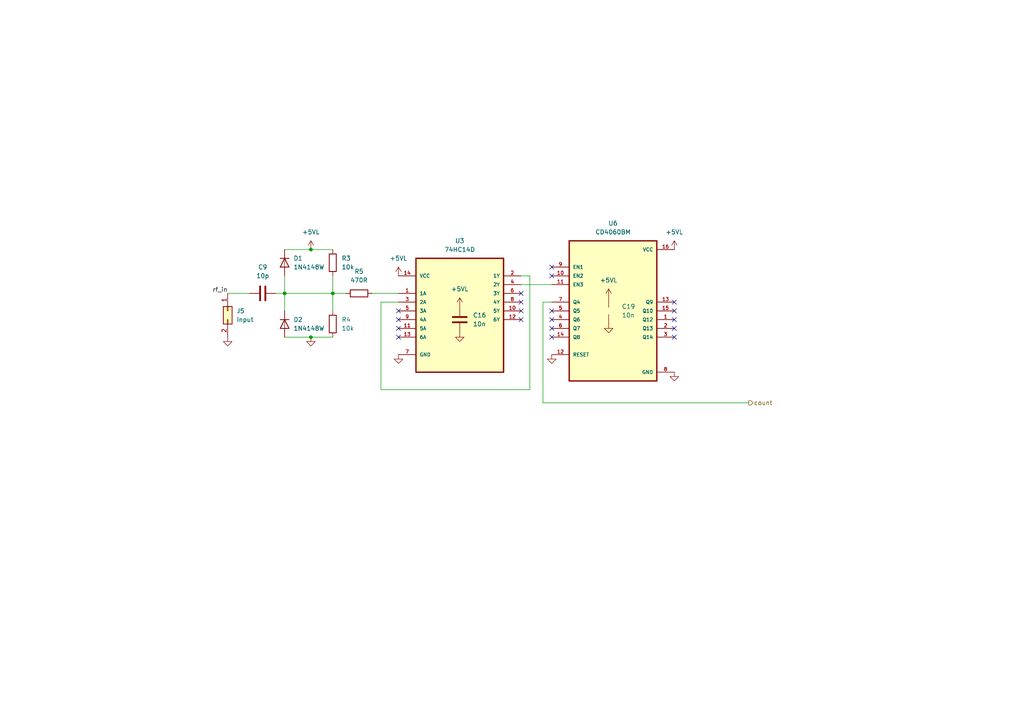
<source format=kicad_sch>
(kicad_sch (version 20230121) (generator eeschema)
  (paper "A4")
  (lib_symbols
    (symbol "Connector_Generic:Conn_02x01" (pin_names (offset 1.016) hide)
      (property "Reference" "J" (at 1.27 2.54 0))
      (property "Value" "Conn_02x01" (at 1.27 -2.54 0))
      (symbol "Conn_02x01_1_1"
        (rectangle (start -1.27 0.127) (end 0 -0.127) (stroke (width 0.1524)))
        (rectangle (start -1.27 1.27) (end 3.81 -1.27) (stroke (width 0.254)) (fill (type background)))
        (rectangle (start 3.81 0.127) (end 2.54 -0.127) (stroke (width 0.1524)))
        (pin passive line (at -5.08 0 0) (length 3.81) (name "Pin_1") (number "1"))
        (pin passive line (at 7.62 0 180) (length 3.81) (name "Pin_2") (number "2"))
      )
    )
    (symbol "Device:C" (pin_numbers hide) (pin_names (offset 0.254))
      (property "Reference" "C" (at 0.635 2.54 0))
      (property "Value" "C" (at 0.635 -2.54 0))
      (symbol "C_0_1"
        (polyline (pts (xy -2.032 -0.762) (xy 2.032 -0.762)) (stroke (width 0.508)))
        (polyline (pts (xy -2.032 0.762) (xy 2.032 0.762)) (stroke (width 0.508)))
      )
      (symbol "C_1_1"
        (pin passive line (at 0 3.81 270) (length 2.794) (name "~") (number "1"))
        (pin passive line (at 0 -3.81 90) (length 2.794) (name "~") (number "2"))
      )
    )
    (symbol "Device:R" (pin_numbers hide) (pin_names (offset 0))
      (property "Reference" "R" (at 2.032 0 90))
      (property "Value" "R" (at 0 0 90))
      (symbol "R_0_1"
        (rectangle (start -1.016 -2.54) (end 1.016 2.54) (stroke (width 0.254)))
      )
      (symbol "R_1_1"
        (pin passive line (at 0 3.81 270) (length 1.27) (name "~") (number "1"))
        (pin passive line (at 0 -3.81 90) (length 1.27) (name "~") (number "2"))
      )
    )
    (symbol "Diode:1N4148W" (pin_numbers hide) (pin_names hide)
      (property "Reference" "D" (at 0 2.54 0))
      (property "Value" "1N4148W" (at 0 -2.54 0))
      (symbol "1N4148W_0_1"
        (polyline (pts (xy -1.27 1.27) (xy -1.27 -1.27)) (stroke (width 0.254)))
        (polyline (pts (xy 1.27 0) (xy -1.27 0)))
        (polyline (pts (xy 1.27 1.27) (xy 1.27 -1.27) (xy -1.27 0) (xy 1.27 1.27)) (stroke (width 0.254)))
      )
      (symbol "1N4148W_1_1"
        (pin passive line (at -3.81 0 0) (length 2.54) (name "K") (number "1"))
        (pin passive line (at 3.81 0 180) (length 2.54) (name "A") (number "2"))
      )
    )
    (symbol "Library:74HC14D" (pin_names (offset 1.016))
      (property "Reference" "U" (at -5.2894 15.207 0))
      (property "Value" "74HC14D" (at -4.118 -25.0386 0))
      (symbol "74HC14D_0_0"
        (rectangle (start -12.7 -20.32) (end 12.7 12.7) (stroke (width 0.4064)) (fill (type background)))
        (pin input line (at -17.78 2.54 0) (length 5.08) (name "1A") (number "1"))
        (pin output line (at 17.78 -2.54 180) (length 5.08) (name "5Y") (number "10"))
        (pin input line (at -17.78 -7.62 0) (length 5.08) (name "5A") (number "11"))
        (pin output line (at 17.78 -5.08 180) (length 5.08) (name "6Y") (number "12"))
        (pin input line (at -17.78 -10.16 0) (length 5.08) (name "6A") (number "13"))
        (pin power_in line (at -17.78 7.62 0) (length 5.08) (name "VCC") (number "14"))
        (pin output line (at 17.78 7.62 180) (length 5.08) (name "1Y") (number "2"))
        (pin input line (at -17.78 0 0) (length 5.08) (name "2A") (number "3"))
        (pin output line (at 17.78 5.08 180) (length 5.08) (name "2Y") (number "4"))
        (pin input line (at -17.78 -2.54 0) (length 5.08) (name "3A") (number "5"))
        (pin output line (at 17.78 2.54 180) (length 5.08) (name "3Y") (number "6"))
        (pin passive line (at -17.78 -15.24 0) (length 5.08) (name "GND") (number "7"))
        (pin output line (at 17.78 0 180) (length 5.08) (name "4Y") (number "8"))
        (pin input line (at -17.78 -5.08 0) (length 5.08) (name "4A") (number "9"))
      )
    )
    (symbol "Library:CD4060BM" (pin_names (offset 1.016))
      (property "Reference" "U6" (at 0 25.4 0))
      (property "Value" "CD4060BM" (at 0 22.86 0))
      (symbol "CD4060BM_0_0"
        (rectangle (start -12.7 -20.32) (end 12.7 20.32) (stroke (width 0.41)) (fill (type background)))
        (pin bidirectional line (at 17.78 -2.54 180) (length 5.08) (name "Q12") (number "1"))
        (pin bidirectional line (at -17.78 10.16 0) (length 5.08) (name "EN2") (number "10"))
        (pin bidirectional line (at -17.78 7.62 0) (length 5.08) (name "EN3") (number "11"))
        (pin input line (at -17.78 -12.7 0) (length 5.08) (name "RESET") (number "12"))
        (pin bidirectional line (at 17.78 2.54 180) (length 5.08) (name "Q9") (number "13"))
        (pin bidirectional line (at -17.78 -7.62 0) (length 5.08) (name "Q8") (number "14"))
        (pin bidirectional line (at 17.78 0 180) (length 5.08) (name "Q10") (number "15"))
        (pin power_in line (at 17.78 17.78 180) (length 5.08) (name "VCC") (number "16"))
        (pin bidirectional line (at 17.78 -5.08 180) (length 5.08) (name "Q13") (number "2"))
        (pin bidirectional line (at 17.78 -7.62 180) (length 5.08) (name "Q14") (number "3"))
        (pin bidirectional line (at -17.78 -2.54 0) (length 5.08) (name "Q6") (number "4"))
        (pin bidirectional line (at -17.78 0 0) (length 5.08) (name "Q5") (number "5"))
        (pin bidirectional line (at -17.78 -5.08 0) (length 5.08) (name "Q7") (number "6"))
        (pin bidirectional line (at -17.78 2.54 0) (length 5.08) (name "Q4") (number "7"))
        (pin power_in line (at 17.78 -17.78 180) (length 5.08) (name "GND") (number "8"))
        (pin bidirectional line (at -17.78 12.7 0) (length 5.08) (name "EN1") (number "9"))
      )
    )
    (symbol "power:+5VL" (power) (pin_names (offset 0))
      (property "Value" "+5VL" (at 0 3.556 0))
      (symbol "+5VL_0_1"
        (polyline (pts (xy -0.762 1.27) (xy 0 2.54)))
        (polyline (pts (xy 0 0) (xy 0 2.54)))
        (polyline (pts (xy 0 2.54) (xy 0.762 1.27)))
      )
      (symbol "+5VL_1_1"
        (pin power_in line (at 0 0 90) (length 0) hide (name "+5VL") (number "1"))
      )
    )
    (symbol "power:GND" (power) (pin_names (offset 0))
      (property "Value" "GND" (at 0 -3.81 0))
      (symbol "GND_0_1"
        (polyline (pts (xy 0 0) (xy 0 -1.27) (xy 1.27 -1.27) (xy 0 -2.54) (xy -1.27 -1.27) (xy 0 -1.27)))
      )
      (symbol "GND_1_1"
        (pin power_in line (at 0 0 270) (length 0) hide (name "GND") (number "1"))
      )
    )
  )
  (junction (at 90.17 72.39))
  (junction (at 82.55 85.09))
  (junction (at 96.52 85.09))
  (junction (at 90.17 97.79))
  (no_connect (at 195.58 92.71))
  (no_connect (at 115.57 95.25))
  (no_connect (at 160.02 77.47))
  (no_connect (at 160.02 95.25))
  (no_connect (at 160.02 90.17))
  (no_connect (at 195.58 97.79))
  (no_connect (at 160.02 92.71))
  (no_connect (at 195.58 90.17))
  (no_connect (at 151.13 90.17))
  (no_connect (at 151.13 85.09))
  (no_connect (at 160.02 80.01))
  (no_connect (at 151.13 92.71))
  (no_connect (at 195.58 87.63))
  (no_connect (at 115.57 97.79))
  (no_connect (at 151.13 87.63))
  (no_connect (at 115.57 90.17))
  (no_connect (at 160.02 97.79))
  (no_connect (at 195.58 95.25))
  (no_connect (at 115.57 92.71))
  (wire (pts (xy 151.13 82.55) (xy 160.02 82.55)))
  (wire (pts (xy 82.55 80.01) (xy 82.55 85.09)))
  (wire (pts (xy 153.67 113.03) (xy 110.49 113.03)))
  (wire (pts (xy 82.55 85.09) (xy 82.55 90.17)))
  (wire (pts (xy 96.52 85.09) (xy 96.52 90.17)))
  (wire (pts (xy 153.67 80.01) (xy 153.67 113.03)))
  (wire (pts (xy 157.48 116.84) (xy 217.17 116.84)))
  (wire (pts (xy 107.95 85.09) (xy 115.57 85.09)))
  (wire (pts (xy 80.01 85.09) (xy 82.55 85.09)))
  (wire (pts (xy 160.02 87.63) (xy 157.48 87.63)))
  (wire (pts (xy 110.49 87.63) (xy 115.57 87.63)))
  (wire (pts (xy 96.52 80.01) (xy 96.52 85.09)))
  (wire (pts (xy 90.17 72.39) (xy 96.52 72.39)))
  (wire (pts (xy 151.13 80.01) (xy 153.67 80.01)))
  (wire (pts (xy 157.48 87.63) (xy 157.48 116.84)))
  (wire (pts (xy 96.52 85.09) (xy 100.33 85.09)))
  (wire (pts (xy 66.04 85.09) (xy 72.39 85.09)))
  (wire (pts (xy 82.55 72.39) (xy 90.17 72.39)))
  (wire (pts (xy 110.49 113.03) (xy 110.49 87.63)))
  (wire (pts (xy 82.55 85.09) (xy 96.52 85.09)))
  (wire (pts (xy 82.55 97.79) (xy 90.17 97.79)))
  (wire (pts (xy 90.17 97.79) (xy 96.52 97.79)))
  (label "rf_in" (at 66.04 85.09 180))
  (hierarchical_label "count" (shape output) (at 217.17 116.84 0))
  (symbol (lib_id "power:GND") (at 90.17 97.79 0) (mirror y) (unit 1)
    (property "Reference" "#PWR041" (effects hide))
    (property "Value" "GND" (effects hide))
  )
  (symbol (lib_id "power:+5VL") (at 176.53 86.36 0) (unit 1)
    (property "Reference" "#PWR0110" (effects hide))
    (property "Value" "+5VL" (at 176.53 81.28 0))
  )
  (symbol (lib_id "power:+5VL") (at 195.58 72.39 0) (unit 1)
    (property "Reference" "#PWR067" (effects hide))
    (property "Value" "+5VL" (at 195.58 67.31 0))
  )
  (symbol (lib_id "Connector_Generic:Conn_02x01") (at 66.04 90.17 270) (unit 1)
    (property "Reference" "J5" (at 68.58 90.1699 90) (effects (justify left)))
    (property "Value" "Input" (at 68.58 92.7099 90) (effects (justify left)))
    (property "Footprint" "Library:Conn_2x1" (effects hide))
  )
  (symbol (lib_id "power:GND") (at 176.53 93.98 0) (mirror y) (unit 1)
    (property "Reference" "#PWR064" (effects hide))
    (property "Value" "GND" (effects hide))
  )
  (symbol (lib_id "power:GND") (at 195.58 107.95 0) (mirror y) (unit 1)
    (property "Reference" "#PWR068" (effects hide))
    (property "Value" "GND" (effects hide))
  )
  (symbol (lib_id "power:GND") (at 115.57 102.87 0) (mirror y) (unit 1)
    (property "Reference" "#PWR048" (effects hide))
    (property "Value" "GND" (effects hide))
  )
  (symbol (lib_id "Device:C") (at 176.53 90.17 0) (unit 1)
    (property "Reference" "C19" (at 180.34 88.8999 0) (effects (justify left)))
    (property "Value" "10n" (at 180.34 91.4399 0) (effects (justify left)))
    (property "Footprint" "Capacitor_SMD:C_1206_3216Metric" (effects hide))
  )
  (symbol (lib_id "power:+5VL") (at 133.35 88.9 0) (unit 1)
    (property "Reference" "#PWR0111" (effects hide))
    (property "Value" "+5VL" (at 133.35 83.82 0))
  )
  (symbol (lib_id "power:GND") (at 66.04 97.79 0) (unit 1)
    (property "Reference" "#PWR028" (effects hide))
    (property "Value" "GND" (effects hide))
  )
  (symbol (lib_id "Device:C") (at 76.2 85.09 90) (unit 1)
    (property "Reference" "C9" (at 76.2 77.47 90))
    (property "Value" "10p" (at 76.2 80.01 90))
    (property "Footprint" "Capacitor_SMD:C_1206_3216Metric" (effects hide))
  )
  (symbol (lib_id "Library:74HC14D") (at 133.35 87.63 0) (unit 1)
    (property "Reference" "U3" (at 133.35 69.85 0))
    (property "Value" "74HC14D" (at 133.35 72.39 0))
    (property "Footprint" "Library:SOIC127P600X175-14N" (effects hide))
    (property "MPN" "74HC14D" (effects hide))
    (property "OC_FARNELL" "1201316" (effects hide))
    (property "OC_NEWARK" "26M7759" (effects hide))
    (property "PACKAGE" "SOIC-14" (effects hide))
    (property "SUPPLIER" "NXP" (effects hide))
  )
  (symbol (lib_id "Diode:1N4148W") (at 82.55 76.2 90) (mirror x) (unit 1)
    (property "Reference" "D1" (at 85.09 74.9299 90) (effects (justify right)))
    (property "Value" "1N4148W" (at 85.09 77.4699 90) (effects (justify right)))
    (property "Footprint" "Diode_SMD:D_SOD-123" (effects hide))
    (property "Datasheet" "https://www.vishay.com/docs/85748/1n4148w.pdf" (effects hide))
  )
  (symbol (lib_id "Library:CD4060BM") (at 177.8 90.17 0) (unit 1)
    (property "Reference" "U6" (at 177.8 64.77 0))
    (property "Value" "CD4060BM" (at 177.8 67.31 0))
    (property "Footprint" "Library:SOIC127P600X175-16N" (effects hide))
  )
  (symbol (lib_id "Device:C") (at 133.35 92.71 0) (unit 1)
    (property "Reference" "C16" (at 137.16 91.4399 0) (effects (justify left)))
    (property "Value" "10n" (at 137.16 93.9799 0) (effects (justify left)))
    (property "Footprint" "Capacitor_SMD:C_1206_3216Metric" (effects hide))
  )
  (symbol (lib_id "power:+5VL") (at 90.17 72.39 0) (unit 1)
    (property "Reference" "#PWR040" (effects hide))
    (property "Value" "+5VL" (at 90.17 67.31 0))
  )
  (symbol (lib_id "Diode:1N4148W") (at 82.55 93.98 90) (mirror x) (unit 1)
    (property "Reference" "D2" (at 85.09 92.7099 90) (effects (justify right)))
    (property "Value" "1N4148W" (at 85.09 95.2499 90) (effects (justify right)))
    (property "Footprint" "Diode_SMD:D_SOD-123" (effects hide))
    (property "Datasheet" "https://www.vishay.com/docs/85748/1n4148w.pdf" (effects hide))
  )
  (symbol (lib_id "Device:R") (at 96.52 76.2 0) (unit 1)
    (property "Reference" "R3" (at 99.06 74.9299 0) (effects (justify left)))
    (property "Value" "10k" (at 99.06 77.4699 0) (effects (justify left)))
    (property "Footprint" "Resistor_SMD:R_1206_3216Metric" (effects hide))
  )
  (symbol (lib_id "power:GND") (at 133.35 96.52 0) (mirror y) (unit 1)
    (property "Reference" "#PWR052" (effects hide))
    (property "Value" "GND" (effects hide))
  )
  (symbol (lib_id "Device:R") (at 96.52 93.98 0) (unit 1)
    (property "Reference" "R4" (at 99.06 92.7099 0) (effects (justify left)))
    (property "Value" "10k" (at 99.06 95.2499 0) (effects (justify left)))
    (property "Footprint" "Resistor_SMD:R_1206_3216Metric" (effects hide))
  )
  (symbol (lib_id "power:+5VL") (at 115.57 80.01 0) (unit 1)
    (property "Reference" "#PWR047" (effects hide))
    (property "Value" "+5VL" (at 115.57 74.93 0))
  )
  (symbol (lib_id "Device:R") (at 104.14 85.09 90) (unit 1)
    (property "Reference" "R5" (at 104.14 78.74 90))
    (property "Value" "470R" (at 104.14 81.28 90))
    (property "Footprint" "Resistor_SMD:R_1206_3216Metric" (effects hide))
  )
  (symbol (lib_id "power:GND") (at 160.02 102.87 0) (unit 1)
    (property "Reference" "#PWR056" (effects hide))
    (property "Value" "GND" (effects hide))
  )
)
</source>
